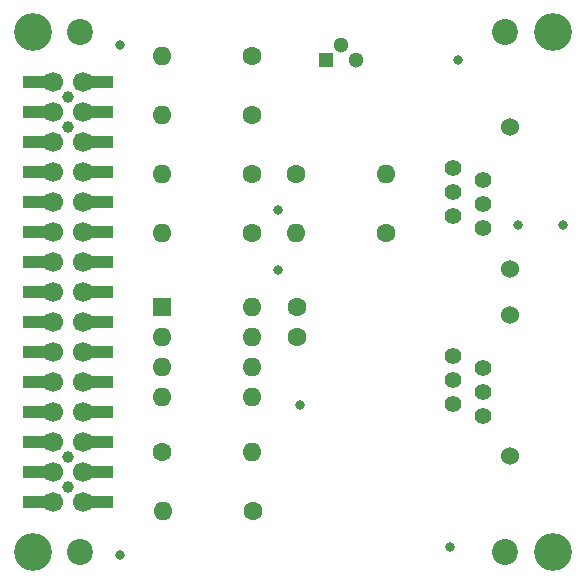
<source format=gbs>
G04 #@! TF.GenerationSoftware,KiCad,Pcbnew,(6.0.9)*
G04 #@! TF.CreationDate,2022-12-08T09:40:08+09:00*
G04 #@! TF.ProjectId,M5StackLocoNetModule,4d355374-6163-46b4-9c6f-636f4e65744d,rev?*
G04 #@! TF.SameCoordinates,PX6146580PY90f5600*
G04 #@! TF.FileFunction,Soldermask,Bot*
G04 #@! TF.FilePolarity,Negative*
%FSLAX46Y46*%
G04 Gerber Fmt 4.6, Leading zero omitted, Abs format (unit mm)*
G04 Created by KiCad (PCBNEW (6.0.9)) date 2022-12-08 09:40:08*
%MOMM*%
%LPD*%
G01*
G04 APERTURE LIST*
G04 Aperture macros list*
%AMFreePoly0*
4,1,5,0.500000,-0.500000,-2.500000,-0.500000,-2.500000,0.500000,0.500000,0.500000,0.500000,-0.500000,0.500000,-0.500000,$1*%
G04 Aperture macros list end*
%ADD10C,2.200000*%
%ADD11C,3.200000*%
%ADD12C,1.600000*%
%ADD13O,1.600000X1.600000*%
%ADD14R,1.300000X1.300000*%
%ADD15C,1.300000*%
%ADD16R,1.600000X1.600000*%
%ADD17C,1.524000*%
%ADD18C,1.400000*%
%ADD19C,1.000000*%
%ADD20FreePoly0,180.000000*%
%ADD21C,1.700000*%
%ADD22FreePoly0,0.000000*%
%ADD23C,0.800000*%
G04 APERTURE END LIST*
D10*
X7000000Y47000000D03*
D11*
X47000000Y3000000D03*
D12*
X21535000Y40000000D03*
D13*
X13915000Y40000000D03*
D12*
X21535000Y30000000D03*
D13*
X13915000Y30000000D03*
D10*
X7000000Y3000000D03*
D12*
X13915000Y11500000D03*
D13*
X21535000Y11500000D03*
D14*
X27780000Y44665000D03*
D15*
X29050000Y45935000D03*
X30320000Y44665000D03*
D11*
X3000000Y3000000D03*
D12*
X21535000Y45000000D03*
D13*
X13915000Y45000000D03*
D12*
X25375000Y23750000D03*
X25375000Y21250000D03*
D16*
X13925000Y23750000D03*
D13*
X13925000Y21210000D03*
X13925000Y18670000D03*
X13925000Y16130000D03*
X21545000Y16130000D03*
X21545000Y18670000D03*
X21545000Y21210000D03*
X21545000Y23750000D03*
D12*
X21585000Y35000000D03*
D13*
X13965000Y35000000D03*
D11*
X47000000Y47000000D03*
D10*
X43000000Y47000000D03*
D17*
X43400000Y27000000D03*
X43400000Y39000000D03*
D18*
X38560000Y35550000D03*
X41100000Y34530000D03*
X38560000Y33510000D03*
X41100000Y32490000D03*
X38560000Y31470000D03*
X41100000Y30450000D03*
D17*
X43400000Y11100000D03*
X43400000Y23100000D03*
D18*
X38560000Y19650000D03*
X41100000Y18630000D03*
X38560000Y17610000D03*
X41100000Y16590000D03*
X38560000Y15570000D03*
X41100000Y14550000D03*
D11*
X3000000Y47000000D03*
D12*
X25240000Y35000000D03*
D13*
X32860000Y35000000D03*
D12*
X32910000Y30000000D03*
D13*
X25290000Y30000000D03*
D10*
X43000000Y3000000D03*
D19*
X6000000Y8490000D03*
X6000000Y41510000D03*
X6000000Y11030000D03*
X6000000Y38970000D03*
D20*
X7270000Y42780000D03*
D21*
X7270000Y42780000D03*
X4730000Y42780000D03*
D22*
X4730000Y42780000D03*
D20*
X7270000Y40240000D03*
D21*
X7270000Y40240000D03*
X4730000Y40240000D03*
D22*
X4730000Y40240000D03*
D20*
X7270000Y37700000D03*
D21*
X7270000Y37700000D03*
D22*
X4730000Y37700000D03*
D21*
X4730000Y37700000D03*
D20*
X7270000Y35160000D03*
D21*
X7270000Y35160000D03*
X4730000Y35160000D03*
D22*
X4730000Y35160000D03*
D20*
X7270000Y32620000D03*
D21*
X7270000Y32620000D03*
X4730000Y32620000D03*
D22*
X4730000Y32620000D03*
D21*
X7270000Y30080000D03*
D20*
X7270000Y30080000D03*
D22*
X4730000Y30080000D03*
D21*
X4730000Y30080000D03*
X7270000Y27540000D03*
D20*
X7270000Y27540000D03*
D22*
X4730000Y27540000D03*
D21*
X4730000Y27540000D03*
D20*
X7270000Y25000000D03*
D21*
X7270000Y25000000D03*
D22*
X4730000Y25000000D03*
D21*
X4730000Y25000000D03*
D20*
X7270000Y22460000D03*
D21*
X7270000Y22460000D03*
X4730000Y22460000D03*
D22*
X4730000Y22460000D03*
D20*
X7270000Y19920000D03*
D21*
X7270000Y19920000D03*
D22*
X4730000Y19920000D03*
D21*
X4730000Y19920000D03*
D20*
X7270000Y17380000D03*
D21*
X7270000Y17380000D03*
D22*
X4730000Y17380000D03*
D21*
X4730000Y17380000D03*
D20*
X7270000Y14840000D03*
D21*
X7270000Y14840000D03*
X4730000Y14840000D03*
D22*
X4730000Y14840000D03*
D21*
X7270000Y12300000D03*
D20*
X7270000Y12300000D03*
D21*
X4730000Y12300000D03*
D22*
X4730000Y12300000D03*
D20*
X7270000Y9760000D03*
D21*
X7270000Y9760000D03*
D22*
X4730000Y9760000D03*
D21*
X4730000Y9760000D03*
X7270000Y7220000D03*
D20*
X7270000Y7220000D03*
D21*
X4730000Y7220000D03*
D22*
X4730000Y7220000D03*
D12*
X21610000Y6500000D03*
D13*
X13990000Y6500000D03*
D23*
X10395000Y2775000D03*
X10395000Y45955000D03*
X38335000Y3410000D03*
X38970000Y44685000D03*
X25635000Y15475000D03*
X23730000Y26905000D03*
X23730000Y31985000D03*
X47860000Y30715000D03*
X44050000Y30715000D03*
M02*

</source>
